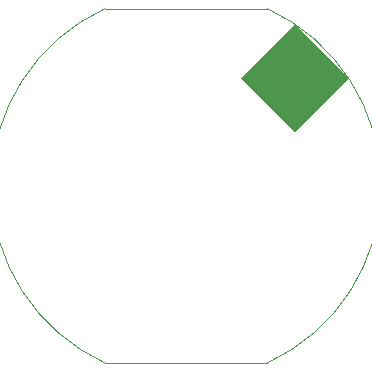
<source format=gko>
G04*
G04 #@! TF.GenerationSoftware,Altium Limited,Altium Designer,20.1.7 (139)*
G04*
G04 Layer_Color=16711935*
%FSLAX44Y44*%
%MOMM*%
G71*
G04*
G04 #@! TF.SameCoordinates,99CDB543-8891-4245-8F14-29871282C811*
G04*
G04*
G04 #@! TF.FilePolarity,Positive*
G04*
G01*
G75*
%ADD147C,0.0250*%
G36*
X14750Y125000D02*
D01*
D02*
G37*
G36*
X46127Y90949D02*
X92089Y136911D01*
X138051Y90949D01*
X92089Y44987D01*
X46127Y90949D01*
D02*
G37*
D147*
X-68748Y149996D02*
G03*
X-68748Y-149996I68748J-149996D01*
G01*
X68748D02*
G03*
X68748Y149996I-68748J149996D01*
G01*
X-68750Y150000D02*
X68750D01*
X-68750Y-150000D02*
X68750D01*
M02*

</source>
